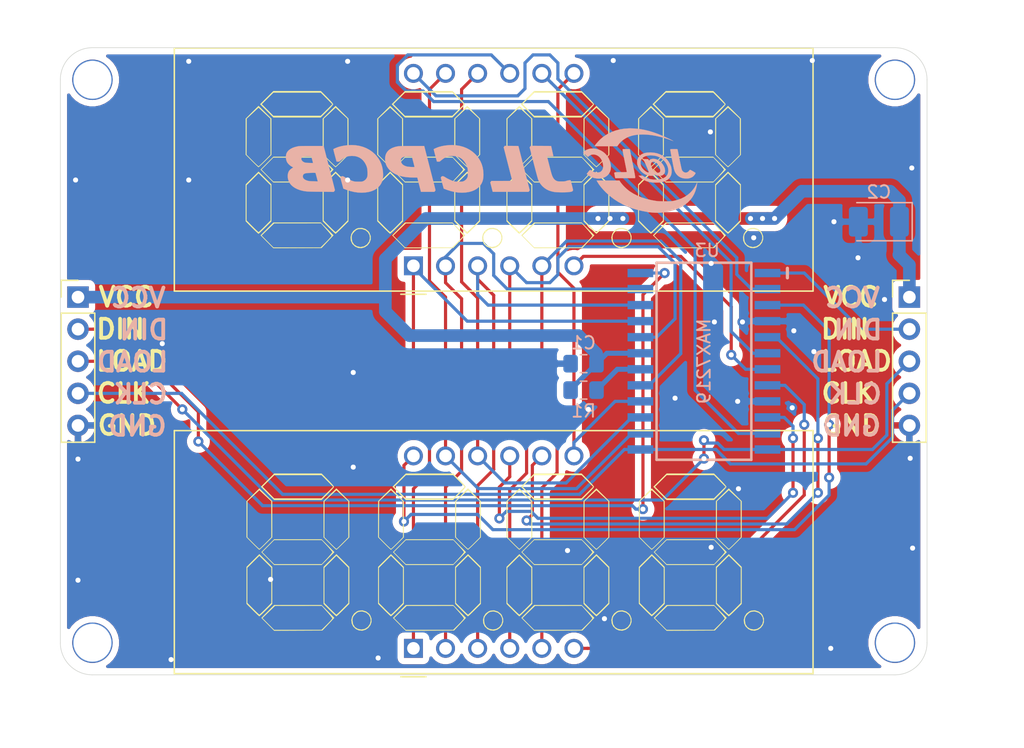
<source format=kicad_pcb>
(kicad_pcb (version 20171130) (host pcbnew 5.1.9-73d0e3b20d~88~ubuntu20.04.1)
  (layers (0 F.Cu signal) (31 B.Cu signal) (34 B.Paste user) (35 F.Paste user) (36 B.SilkS user) (37 F.SilkS user) (38 B.Mask user) (39 F.Mask user) (44 Edge.Cuts user))
  (net 0 "")
  (net 1 GND)
  (net 2 VCC)
  (net 3 /CLK)
  (net 4 /LOAD)
  (net 5 /DIN)
  (net 6 /DOUT)
  (net 7 "Net-(R1-Pad2)")
  (net 8 /D0)
  (net 9 /A)
  (net 10 /F)
  (net 11 /D1)
  (net 12 /D2)
  (net 13 /B)
  (net 14 /D3)
  (net 15 /G)
  (net 16 /C)
  (net 17 /DP)
  (net 18 /D)
  (net 19 /E)
  (net 20 /D4)
  (net 21 /D5)
  (net 22 /D6)
  (net 23 /D7)
  (module Library:jlcpcb (layer B.Cu) (at 110.363 66.8655 180)
    (fp_text reference G*** hide)
    (fp_text value LOGO hide)
  )
  (module Library:7segment (layer F.Cu) (at 126.111 66.6115)
    (fp_text reference G*** hide)
    (fp_text value LOGO hide)
  )
  (module Library:7segment (layer F.Cu) (at 115.697 66.6115)
    (fp_text reference G*** hide)
    (fp_text value LOGO hide)
  )
  (module Library:7segment (layer F.Cu) (at 105.4735 66.6115)
    (fp_text reference G*** hide)
    (fp_text value LOGO hide)
  )
  (module Library:7segment (layer F.Cu) (at 95.0595 66.6115)
    (fp_text reference G*** hide)
    (fp_text value LOGO hide)
  )
  (module Library:7segment (layer F.Cu) (at 95.123 96.901)
    (fp_text reference G*** hide)
    (fp_text value LOGO hide)
  )
  (module Library:7segment (layer F.Cu) (at 126.1745 96.901)
    (fp_text reference G*** hide)
    (fp_text value LOGO hide)
  )
  (module Library:7segment (layer F.Cu) (at 105.537 96.901)
    (fp_text reference G*** hide)
    (fp_text value LOGO hide)
  )
  (module Library:7segment (layer F.Cu) (at 115.697 96.901)
    (fp_text reference G*** hide)
    (fp_text value LOGO hide)
  )
  (module MAX7219:SOIC24 (layer B.Cu) (at 127 82.042 270)
    (fp_text reference U3 (at -8.77767 -0.25442) (layer B.SilkS) (effects (justify mirror)))
    (fp_text value MAX7219 (at 0 0 270) (layer B.SilkS) (effects (justify mirror)))
    (pad 12 smd rect (at 6.985 -5.0292 270) (size 0.6604 2.032) (layers B.Cu B.Paste B.Mask) (net 4 /LOAD))
    (pad 11 smd rect (at 5.715 -5.0292 270) (size 0.6604 2.032) (layers B.Cu B.Paste B.Mask) (net 11 /D1))
    (pad 10 smd rect (at 4.445 -5.0292 270) (size 0.6604 2.032) (layers B.Cu B.Paste B.Mask) (net 21 /D5))
    (pad 9 smd rect (at 3.175 -5.0292 270) (size 0.6604 2.032) (layers B.Cu B.Paste B.Mask) (net 1 GND))
    (pad 13 smd rect (at 6.985 5.0292 270) (size 0.6604 2.032) (layers B.Cu B.Paste B.Mask) (net 3 /CLK))
    (pad 14 smd rect (at 5.715 5.0292 270) (size 0.6604 2.032) (layers B.Cu B.Paste B.Mask) (net 9 /A))
    (pad 15 smd rect (at 4.445 5.0292 270) (size 0.6604 2.032) (layers B.Cu B.Paste B.Mask) (net 10 /F))
    (pad 16 smd rect (at 3.175 5.0292 270) (size 0.6604 2.032) (layers B.Cu B.Paste B.Mask) (net 13 /B))
    (pad 24 smd rect (at -6.985 5.0292 270) (size 0.6604 2.032) (layers B.Cu B.Paste B.Mask) (net 6 /DOUT))
    (pad 23 smd rect (at -5.715 5.0292 270) (size 0.6604 2.032) (layers B.Cu B.Paste B.Mask) (net 18 /D))
    (pad 22 smd rect (at -4.445 5.0292 270) (size 0.6604 2.032) (layers B.Cu B.Paste B.Mask) (net 17 /DP))
    (pad 21 smd rect (at -3.175 5.0292 270) (size 0.6604 2.032) (layers B.Cu B.Paste B.Mask) (net 19 /E))
    (pad 20 smd rect (at -1.905 5.0292 270) (size 0.6604 2.032) (layers B.Cu B.Paste B.Mask) (net 16 /C))
    (pad 19 smd rect (at -0.635 5.0292 270) (size 0.6604 2.032) (layers B.Cu B.Paste B.Mask) (net 2 VCC))
    (pad 18 smd rect (at 0.635 5.0292 270) (size 0.6604 2.032) (layers B.Cu B.Paste B.Mask) (net 7 "Net-(R1-Pad2)"))
    (pad 17 smd rect (at 1.905 5.0292 270) (size 0.6604 2.032) (layers B.Cu B.Paste B.Mask) (net 15 /G))
    (pad 8 smd rect (at 1.905 -5.0292 270) (size 0.6604 2.032) (layers B.Cu B.Paste B.Mask) (net 23 /D7))
    (pad 7 smd rect (at 0.635 -5.0292 270) (size 0.6604 2.032) (layers B.Cu B.Paste B.Mask) (net 14 /D3))
    (pad 6 smd rect (at -0.635 -5.0292 270) (size 0.6604 2.032) (layers B.Cu B.Paste B.Mask) (net 12 /D2))
    (pad 5 smd rect (at -1.905 -5.0292 270) (size 0.6604 2.032) (layers B.Cu B.Paste B.Mask) (net 22 /D6))
    (pad 4 smd rect (at -3.175 -5.0292 270) (size 0.6604 2.032) (layers B.Cu B.Paste B.Mask) (net 1 GND))
    (pad 3 smd rect (at -4.445 -5.0292 270) (size 0.6604 2.032) (layers B.Cu B.Paste B.Mask) (net 20 /D4))
    (pad 2 smd rect (at -5.715 -5.0292 270) (size 0.6604 2.032) (layers B.Cu B.Paste B.Mask) (net 8 /D0))
    (pad 1 smd rect (at -6.985 -5.0292 270) (size 0.6604 2.032) (layers B.Cu B.Paste B.Mask) (net 5 /DIN))
  )
  (module Display_7Segment:CA56-12CGKWA (layer F.Cu) (at 104.013 104.775 90)
    (fp_text reference U2 hide)
    (fp_text value CC56-12CGKWA)
    (pad 12 thru_hole circle (at 15.24 0 90) (size 1.5 1.5) (drill 1) (layers *.Cu *.Mask) (net 20 /D4))
    (pad 11 thru_hole circle (at 15.24 2.54 90) (size 1.5 1.5) (drill 1) (layers *.Cu *.Mask) (net 9 /A))
    (pad 10 thru_hole circle (at 15.24 5.08 90) (size 1.5 1.5) (drill 1) (layers *.Cu *.Mask) (net 10 /F))
    (pad 9 thru_hole circle (at 15.24 7.62 90) (size 1.5 1.5) (drill 1) (layers *.Cu *.Mask) (net 21 /D5))
    (pad 8 thru_hole circle (at 15.24 10.16 90) (size 1.5 1.5) (drill 1) (layers *.Cu *.Mask) (net 22 /D6))
    (pad 7 thru_hole circle (at 15.24 12.7 90) (size 1.5 1.5) (drill 1) (layers *.Cu *.Mask) (net 13 /B))
    (pad 6 thru_hole circle (at 0 12.7 90) (size 1.5 1.5) (drill 1) (layers *.Cu *.Mask) (net 23 /D7))
    (pad 5 thru_hole circle (at 0 10.16 90) (size 1.5 1.5) (drill 1) (layers *.Cu *.Mask) (net 15 /G))
    (pad 4 thru_hole circle (at 0 7.62 90) (size 1.5 1.5) (drill 1) (layers *.Cu *.Mask) (net 16 /C))
    (pad 3 thru_hole circle (at 0 5.08 90) (size 1.5 1.5) (drill 1) (layers *.Cu *.Mask) (net 17 /DP))
    (pad 2 thru_hole circle (at 0 2.54 90) (size 1.5 1.5) (drill 1) (layers *.Cu *.Mask) (net 18 /D))
    (pad 1 thru_hole rect (at 0 0 90) (size 1.5 1.5) (drill 1) (layers *.Cu *.Mask) (net 19 /E))
  )
  (module Display_7Segment:CA56-12CGKWA (layer F.Cu) (at 104.013 74.4855 90)
    (fp_text reference U1 hide)
    (fp_text value CC56-12CGKWA)
    (pad 12 thru_hole circle (at 15.24 0 90) (size 1.5 1.5) (drill 1) (layers *.Cu *.Mask) (net 8 /D0))
    (pad 11 thru_hole circle (at 15.24 2.54 90) (size 1.5 1.5) (drill 1) (layers *.Cu *.Mask) (net 9 /A))
    (pad 10 thru_hole circle (at 15.24 5.08 90) (size 1.5 1.5) (drill 1) (layers *.Cu *.Mask) (net 10 /F))
    (pad 9 thru_hole circle (at 15.24 7.62 90) (size 1.5 1.5) (drill 1) (layers *.Cu *.Mask) (net 11 /D1))
    (pad 8 thru_hole circle (at 15.24 10.16 90) (size 1.5 1.5) (drill 1) (layers *.Cu *.Mask) (net 12 /D2))
    (pad 7 thru_hole circle (at 15.24 12.7 90) (size 1.5 1.5) (drill 1) (layers *.Cu *.Mask) (net 13 /B))
    (pad 6 thru_hole circle (at 0 12.7 90) (size 1.5 1.5) (drill 1) (layers *.Cu *.Mask) (net 14 /D3))
    (pad 5 thru_hole circle (at 0 10.16 90) (size 1.5 1.5) (drill 1) (layers *.Cu *.Mask) (net 15 /G))
    (pad 4 thru_hole circle (at 0 7.62 90) (size 1.5 1.5) (drill 1) (layers *.Cu *.Mask) (net 16 /C))
    (pad 3 thru_hole circle (at 0 5.08 90) (size 1.5 1.5) (drill 1) (layers *.Cu *.Mask) (net 17 /DP))
    (pad 2 thru_hole circle (at 0 2.54 90) (size 1.5 1.5) (drill 1) (layers *.Cu *.Mask) (net 18 /D))
    (pad 1 thru_hole rect (at 0 0 90) (size 1.5 1.5) (drill 1) (layers *.Cu *.Mask) (net 19 /E))
  )
  (module Resistor_SMD:R_0805_2012Metric_Pad1.15x1.40mm_HandSolder (layer B.Cu) (at 117.475 84.328)
    (fp_text reference R1 (at 0 1.65) (layer B.SilkS) (effects (justify mirror)))
    (fp_text value 10K)
    (pad 2 smd roundrect (at 1.025 0) (size 1.15 1.4) (layers B.Cu B.Paste B.Mask) (roundrect_rratio 0.217391) (net 7 "Net-(R1-Pad2)"))
    (pad 1 smd roundrect (at -1.025 0) (size 1.15 1.4) (layers B.Cu B.Paste B.Mask) (roundrect_rratio 0.217391) (net 2 VCC))
  )
  (module Connector_PinHeader_2.54mm:PinHeader_1x05_P2.54mm_Vertical (layer F.Cu) (at 77.47 76.962)
    (fp_text reference J2 hide)
    (fp_text value Conn_01x05)
    (pad 5 thru_hole oval (at 0 10.16) (size 1.7 1.7) (drill 1) (layers *.Cu *.Mask) (net 1 GND))
    (pad 4 thru_hole oval (at 0 7.62) (size 1.7 1.7) (drill 1) (layers *.Cu *.Mask) (net 3 /CLK))
    (pad 3 thru_hole oval (at 0 5.08) (size 1.7 1.7) (drill 1) (layers *.Cu *.Mask) (net 4 /LOAD))
    (pad 2 thru_hole oval (at 0 2.54) (size 1.7 1.7) (drill 1) (layers *.Cu *.Mask) (net 6 /DOUT))
    (pad 1 thru_hole rect (at 0 0) (size 1.7 1.7) (drill 1) (layers *.Cu *.Mask) (net 2 VCC))
  )
  (module Connector_PinHeader_2.54mm:PinHeader_1x05_P2.54mm_Vertical (layer F.Cu) (at 143.256 76.962)
    (fp_text reference J1 hide)
    (fp_text value Conn_01x05)
    (pad 5 thru_hole oval (at 0 10.16) (size 1.7 1.7) (drill 1) (layers *.Cu *.Mask) (net 1 GND))
    (pad 4 thru_hole oval (at 0 7.62) (size 1.7 1.7) (drill 1) (layers *.Cu *.Mask) (net 3 /CLK))
    (pad 3 thru_hole oval (at 0 5.08) (size 1.7 1.7) (drill 1) (layers *.Cu *.Mask) (net 4 /LOAD))
    (pad 2 thru_hole oval (at 0 2.54) (size 1.7 1.7) (drill 1) (layers *.Cu *.Mask) (net 5 /DIN))
    (pad 1 thru_hole rect (at 0 0) (size 1.7 1.7) (drill 1) (layers *.Cu *.Mask) (net 2 VCC))
  )
  (module Capacitor_Tantalum_SMD:CP_EIA-3528-12_Kemet-T_Pad1.50x2.35mm_HandSolder (layer B.Cu) (at 140.843 70.993 180)
    (fp_text reference C2 (at 0 2.35) (layer B.SilkS) (effects (justify mirror)))
    (fp_text value 10uF)
    (pad 2 smd roundrect (at 1.625 0 180) (size 1.5 2.35) (layers B.Cu B.Paste B.Mask) (roundrect_rratio 0.166667) (net 1 GND))
    (pad 1 smd roundrect (at -1.625 0 180) (size 1.5 2.35) (layers B.Cu B.Paste B.Mask) (roundrect_rratio 0.166667) (net 2 VCC))
  )
  (module Capacitor_SMD:C_0805_2012Metric_Pad1.15x1.40mm_HandSolder (layer B.Cu) (at 117.475 82.2325 180)
    (fp_text reference C1 (at 0 1.65) (layer B.SilkS) (effects (justify mirror)))
    (fp_text value 100nF)
    (pad 2 smd roundrect (at 1.025 0 180) (size 1.15 1.4) (layers B.Cu B.Paste B.Mask) (roundrect_rratio 0.217391) (net 1 GND))
    (pad 1 smd roundrect (at -1.025 0 180) (size 1.15 1.4) (layers B.Cu B.Paste B.Mask) (roundrect_rratio 0.217391) (net 2 VCC))
  )
  (gr_text CLK (at 82.423 84.6455) (layer B.SilkS) (effects (font (size 1.5 1.5) (thickness 0.3)) (justify mirror)))
  (gr_text GND (at 82.169 87.1855) (layer B.SilkS) (effects (font (size 1.5 1.5) (thickness 0.3)) (justify mirror)))
  (gr_text DIN (at 82.677 79.5655) (layer B.SilkS) (effects (font (size 1.5 1.5) (thickness 0.3)) (justify mirror)))
  (gr_text LOAD (at 81.788 82.1055) (layer B.SilkS) (effects (font (size 1.5 1.5) (thickness 0.3)) (justify mirror)))
  (gr_text VCC (at 82.2325 77.0255) (layer B.SilkS) (effects (font (size 1.5 1.5) (thickness 0.3)) (justify mirror)))
  (gr_text VCC (at 138.7475 77.0255) (layer B.SilkS) (effects (font (size 1.5 1.5) (thickness 0.3)) (justify mirror)))
  (gr_text DIN (at 139.192 79.5655) (layer B.SilkS) (effects (font (size 1.5 1.5) (thickness 0.3)) (justify mirror)))
  (gr_text LOAD (at 138.303 82.1055) (layer B.SilkS) (effects (font (size 1.5 1.5) (thickness 0.3)) (justify mirror)))
  (gr_text GND (at 138.684 87.1855) (layer B.SilkS) (effects (font (size 1.5 1.5) (thickness 0.3)) (justify mirror)))
  (gr_text CLK (at 138.938 84.6455) (layer B.SilkS) (effects (font (size 1.5 1.5) (thickness 0.3)) (justify mirror)))
  (gr_line (start 78.613 57.2135) (end 142.113 57.2135) (layer Edge.Cuts) (width 0.05))
  (gr_line (start 76.073 104.3305) (end 76.073 59.7535) (layer Edge.Cuts) (width 0.05))
  (gr_line (start 142.113 106.8705) (end 78.613 106.8705) (layer Edge.Cuts) (width 0.05))
  (gr_line (start 144.653 59.7535) (end 144.653 104.3305) (layer Edge.Cuts) (width 0.05))
  (gr_arc (start 78.613 104.3305) (end 76.073 104.3305) (angle -90) (layer Edge.Cuts) (width 0.05))
  (gr_arc (start 142.113 104.3305) (end 142.113 106.8705) (angle -90) (layer Edge.Cuts) (width 0.05))
  (gr_arc (start 142.113 59.7535) (end 144.653 59.7535) (angle -90) (layer Edge.Cuts) (width 0.05))
  (gr_arc (start 78.613 59.7535) (end 78.613 57.2135) (angle -90) (layer Edge.Cuts) (width 0.05))
  (gr_text VCC (at 81.28 76.962) (layer F.SilkS) (effects (font (size 1.5 1.5) (thickness 0.3))))
  (gr_text DIN (at 80.8355 79.502) (layer F.SilkS) (effects (font (size 1.5 1.5) (thickness 0.3))))
  (gr_text LOAD (at 81.7245 82.042) (layer F.SilkS) (effects (font (size 1.5 1.5) (thickness 0.3))))
  (gr_text GND (at 81.3435 87.122) (layer F.SilkS) (effects (font (size 1.5 1.5) (thickness 0.3))))
  (gr_text CLK (at 81.0895 84.582) (layer F.SilkS) (effects (font (size 1.5 1.5) (thickness 0.3))))
  (gr_text GND (at 138.684 87.122) (layer F.SilkS) (effects (font (size 1.5 1.5) (thickness 0.3))))
  (gr_text CLK (at 138.43 84.582) (layer F.SilkS) (effects (font (size 1.5 1.5) (thickness 0.3))))
  (gr_text LOAD (at 139.065 82.042) (layer F.SilkS) (effects (font (size 1.5 1.5) (thickness 0.3))))
  (gr_text DIN (at 138.176 79.502) (layer F.SilkS) (effects (font (size 1.5 1.5) (thickness 0.3))))
  (gr_text VCC (at 138.6205 76.962) (layer F.SilkS) (effects (font (size 1.5 1.5) (thickness 0.3))))
  (via (at 142.113 104.3305) (size 3.2) (drill 3) (layers F.Cu B.Cu) (net 0))
  (via (at 142.113 59.7535) (size 3.2) (drill 3) (layers F.Cu B.Cu) (net 0))
  (via (at 78.613 104.3305) (size 3.2) (drill 3) (layers F.Cu B.Cu) (net 0))
  (via (at 78.613 59.7535) (size 3.2) (drill 3) (layers F.Cu B.Cu) (net 0))
  (via (at 133.985 85.725) (size 0.8) (drill 0.4) (layers F.Cu B.Cu) (net 1))
  (via (at 143.3195 89.7255) (size 0.8) (drill 0.4) (layers F.Cu B.Cu) (net 1))
  (via (at 134.112 79.629) (size 0.8) (drill 0.4) (layers F.Cu B.Cu) (net 1))
  (via (at 129.667 85.217) (size 0.8) (drill 0.4) (layers F.Cu B.Cu) (net 1))
  (via (at 130.048 78.9305) (size 0.8) (drill 0.4) (layers F.Cu B.Cu) (net 1))
  (via (at 124.714 84.963) (size 0.8) (drill 0.4) (layers F.Cu B.Cu) (net 1))
  (via (at 129.7305 92.1385) (size 0.8) (drill 0.4) (layers F.Cu B.Cu) (net 1))
  (via (at 99.2505 82.931) (size 0.8) (drill 0.4) (layers F.Cu B.Cu) (net 1))
  (via (at 77.47 89.789) (size 0.8) (drill 0.4) (layers F.Cu B.Cu) (net 1))
  (via (at 139.192 73.8505) (size 0.8) (drill 0.4) (layers F.Cu B.Cu) (net 1))
  (via (at 141.2875 77.1525) (size 0.8) (drill 0.4) (layers F.Cu B.Cu) (net 1))
  (via (at 130.937 72.263) (size 0.8) (drill 0.4) (layers F.Cu B.Cu) (net 1))
  (via (at 137.287 70.993) (size 0.8) (drill 0.4) (layers F.Cu B.Cu) (net 1))
  (via (at 143.4465 66.7385) (size 0.8) (drill 0.4) (layers F.Cu B.Cu) (net 1))
  (via (at 135.5725 58.2295) (size 0.8) (drill 0.4) (layers F.Cu B.Cu) (net 1))
  (via (at 119.8245 58.2295) (size 0.8) (drill 0.4) (layers F.Cu B.Cu) (net 1))
  (via (at 98.806 58.293) (size 0.8) (drill 0.4) (layers F.Cu B.Cu) (net 1))
  (via (at 86.233 58.293) (size 0.8) (drill 0.4) (layers F.Cu B.Cu) (net 1))
  (via (at 77.2795 67.691) (size 0.8) (drill 0.4) (layers F.Cu B.Cu) (net 1))
  (via (at 86.233 67.691) (size 0.8) (drill 0.4) (layers F.Cu B.Cu) (net 1))
  (via (at 99.2505 90.424) (size 0.8) (drill 0.4) (layers F.Cu B.Cu) (net 1))
  (via (at 84.1375 80.645) (size 0.8) (drill 0.4) (layers F.Cu B.Cu) (net 1))
  (via (at 77.47 99.3775) (size 0.8) (drill 0.4) (layers F.Cu B.Cu) (net 1))
  (via (at 84.836 105.664) (size 0.8) (drill 0.4) (layers F.Cu B.Cu) (net 1))
  (via (at 101.219 105.537) (size 0.8) (drill 0.4) (layers F.Cu B.Cu) (net 1))
  (via (at 92.71 99.314) (size 0.8) (drill 0.4) (layers F.Cu B.Cu) (net 1))
  (via (at 137.033 104.775) (size 0.8) (drill 0.4) (layers F.Cu B.Cu) (net 1))
  (via (at 143.51 96.8375) (size 0.8) (drill 0.4) (layers F.Cu B.Cu) (net 1))
  (via (at 116.205 97.028) (size 0.8) (drill 0.4) (layers F.Cu B.Cu) (net 1))
  (via (at 127.5715 96.774) (size 0.8) (drill 0.4) (layers F.Cu B.Cu) (net 1))
  (via (at 119.126 102.4255) (size 0.8) (drill 0.4) (layers F.Cu B.Cu) (net 1))
  (via (at 98.806 67.691) (size 0.8) (drill 0.4) (layers F.Cu B.Cu) (net 1))
  (via (at 127.508 63.881) (size 0.8) (drill 0.4) (layers F.Cu B.Cu) (net 1))
  (via (at 127.8255 78.9305) (size 0.8) (drill 0.4) (layers F.Cu B.Cu) (net 1))
  (via (at 127.5715 74.295) (size 0.8) (drill 0.4) (layers F.Cu B.Cu) (net 1))
  (via (at 135.6995 81.28) (size 0.8) (drill 0.4) (layers F.Cu B.Cu) (net 1))
  (via (at 117.856 85.852) (size 0.8) (drill 0.4) (layers F.Cu B.Cu) (net 1))
  (segment (start 101.7905 73.947998) (end 104.999498 70.739) (width 1) (layer B.Cu) (net 2))
  (segment (start 104.999498 70.739) (end 120.5865 70.739) (width 1) (layer B.Cu) (net 2))
  (via (at 120.5865 70.739) (size 0.8) (drill 0.4) (layers F.Cu B.Cu) (net 2))
  (segment (start 120.5865 70.739) (end 121.152185 70.739) (width 1) (layer F.Cu) (net 2))
  (via (at 132.588 70.739) (size 0.8) (drill 0.4) (layers F.Cu B.Cu) (net 2))
  (segment (start 121.152185 70.739) (end 132.588 70.739) (width 1) (layer F.Cu) (net 2))
  (segment (start 77.47 76.962) (end 101.7905 76.962) (width 1) (layer B.Cu) (net 2))
  (segment (start 101.7905 78.105) (end 101.7905 76.962) (width 1) (layer B.Cu) (net 2))
  (segment (start 101.7905 76.962) (end 101.7905 73.947998) (width 1) (layer B.Cu) (net 2))
  (segment (start 116.45 84.2825) (end 118.5 82.2325) (width 0.4) (layer B.Cu) (net 2))
  (segment (start 116.45 84.328) (end 116.45 84.2825) (width 0.4) (layer B.Cu) (net 2))
  (segment (start 119.3255 81.407) (end 121.9708 81.407) (width 0.4) (layer B.Cu) (net 2))
  (segment (start 118.5 82.2325) (end 119.3255 81.407) (width 0.4) (layer B.Cu) (net 2))
  (segment (start 118.5 81.4325) (end 117.0775 80.01) (width 1) (layer B.Cu) (net 2))
  (segment (start 118.5 82.2325) (end 118.5 81.4325) (width 1) (layer B.Cu) (net 2))
  (segment (start 103.6955 80.01) (end 103.66375 79.97825) (width 1) (layer B.Cu) (net 2))
  (segment (start 117.0775 80.01) (end 103.6955 80.01) (width 1) (layer B.Cu) (net 2))
  (segment (start 103.66375 79.97825) (end 101.7905 78.105) (width 1) (layer B.Cu) (net 2))
  (segment (start 132.987999 70.339001) (end 132.588 70.739) (width 1) (layer B.Cu) (net 2))
  (segment (start 134.747 68.58) (end 132.987999 70.339001) (width 1) (layer B.Cu) (net 2))
  (segment (start 141.732 68.58) (end 134.747 68.58) (width 1) (layer B.Cu) (net 2))
  (segment (start 142.468 70.993) (end 142.468 69.316) (width 1) (layer B.Cu) (net 2))
  (segment (start 142.468 69.316) (end 141.732 68.58) (width 1) (layer B.Cu) (net 2))
  (segment (start 142.468 73.559) (end 142.468 70.993) (width 1) (layer B.Cu) (net 2))
  (segment (start 142.4305 73.5965) (end 142.468 73.559) (width 1) (layer B.Cu) (net 2))
  (segment (start 143.256 76.962) (end 143.256 74.422) (width 1) (layer B.Cu) (net 2))
  (segment (start 143.256 74.422) (end 142.4305 73.5965) (width 1) (layer B.Cu) (net 2))
  (segment (start 132.588 70.739) (end 132.022315 70.739) (width 1) (layer B.Cu) (net 2))
  (segment (start 132.022315 70.739) (end 130.7465 70.739) (width 1) (layer B.Cu) (net 2))
  (via (at 131.6355 70.739) (size 0.8) (drill 0.4) (layers F.Cu B.Cu) (net 2))
  (via (at 130.683 70.739) (size 0.8) (drill 0.4) (layers F.Cu B.Cu) (net 2))
  (via (at 119.5705 70.739) (size 0.8) (drill 0.4) (layers F.Cu B.Cu) (net 2))
  (via (at 118.618 70.739) (size 0.8) (drill 0.4) (layers F.Cu B.Cu) (net 2))
  (segment (start 120.5865 70.739) (end 118.618 70.739) (width 1) (layer F.Cu) (net 2))
  (segment (start 78.672081 84.582) (end 77.47 84.582) (width 0.25) (layer B.Cu) (net 3))
  (segment (start 120.7048 89.027) (end 117.154845 92.576955) (width 0.25) (layer B.Cu) (net 3))
  (segment (start 93.656455 92.576955) (end 85.6615 84.582) (width 0.25) (layer B.Cu) (net 3))
  (segment (start 117.154845 92.576955) (end 93.656455 92.576955) (width 0.25) (layer B.Cu) (net 3))
  (segment (start 121.9708 89.027) (end 120.7048 89.027) (width 0.25) (layer B.Cu) (net 3))
  (segment (start 85.6615 84.582) (end 78.672081 84.582) (width 0.25) (layer B.Cu) (net 3))
  (segment (start 121.9708 89.027) (end 127.9525 89.027) (width 0.25) (layer B.Cu) (net 3))
  (segment (start 141.922501 85.915499) (end 142.406001 85.431999) (width 0.25) (layer B.Cu) (net 3))
  (segment (start 142.406001 85.431999) (end 143.256 84.582) (width 0.25) (layer B.Cu) (net 3))
  (segment (start 141.922501 88.07591) (end 141.922501 85.915499) (width 0.25) (layer B.Cu) (net 3))
  (segment (start 139.828411 90.17) (end 141.922501 88.07591) (width 0.25) (layer B.Cu) (net 3))
  (segment (start 129.0955 90.17) (end 139.828411 90.17) (width 0.25) (layer B.Cu) (net 3))
  (segment (start 127.9525 89.027) (end 129.0955 90.17) (width 0.25) (layer B.Cu) (net 3))
  (segment (start 128.58891 89.027) (end 128.08091 88.519) (width 0.25) (layer B.Cu) (net 4))
  (segment (start 132.0292 89.027) (end 128.58891 89.027) (width 0.25) (layer B.Cu) (net 4))
  (via (at 127 88.302) (size 0.8) (drill 0.4) (layers F.Cu B.Cu) (net 4))
  (segment (start 128.08091 88.519) (end 127.217 88.519) (width 0.25) (layer B.Cu) (net 4))
  (segment (start 127.217 88.519) (end 127 88.302) (width 0.25) (layer B.Cu) (net 4))
  (segment (start 127 88.302) (end 127 89.662) (width 0.25) (layer F.Cu) (net 4))
  (via (at 127 89.752) (size 0.8) (drill 0.4) (layers F.Cu B.Cu) (net 4))
  (segment (start 127 89.662) (end 127 89.752) (width 0.25) (layer F.Cu) (net 4))
  (segment (start 81.915 82.042) (end 77.47 82.042) (width 0.25) (layer F.Cu) (net 4))
  (via (at 85.725 85.852) (size 0.8) (drill 0.4) (layers F.Cu B.Cu) (net 4))
  (segment (start 85.725 85.852) (end 81.915 82.042) (width 0.25) (layer F.Cu) (net 4))
  (segment (start 92.899966 93.026966) (end 86.124999 86.251999) (width 0.25) (layer B.Cu) (net 4))
  (segment (start 86.124999 86.251999) (end 85.725 85.852) (width 0.25) (layer B.Cu) (net 4))
  (segment (start 123.725034 93.026966) (end 92.899966 93.026966) (width 0.25) (layer B.Cu) (net 4))
  (segment (start 127 89.752) (end 123.725034 93.026966) (width 0.25) (layer B.Cu) (net 4))
  (segment (start 141.47249 83.82551) (end 143.256 82.042) (width 0.25) (layer B.Cu) (net 4))
  (segment (start 141.47249 87.88951) (end 141.47249 83.82551) (width 0.25) (layer B.Cu) (net 4))
  (segment (start 140.335 89.027) (end 141.47249 87.88951) (width 0.25) (layer B.Cu) (net 4))
  (segment (start 132.0292 89.027) (end 140.335 89.027) (width 0.25) (layer B.Cu) (net 4))
  (segment (start 139.3825 79.502) (end 143.256 79.502) (width 0.25) (layer B.Cu) (net 5))
  (segment (start 132.0292 75.057) (end 134.9375 75.057) (width 0.25) (layer B.Cu) (net 5))
  (segment (start 134.9375 75.057) (end 139.3825 79.502) (width 0.25) (layer B.Cu) (net 5))
  (segment (start 121.9708 75.057) (end 123.2368 75.057) (width 0.25) (layer B.Cu) (net 6))
  (via (at 123.8885 75.057) (size 0.8) (drill 0.4) (layers F.Cu B.Cu) (net 6))
  (segment (start 123.2368 75.057) (end 123.8885 75.057) (width 0.25) (layer B.Cu) (net 6))
  (segment (start 78.672081 79.502) (end 77.47 79.502) (width 0.25) (layer F.Cu) (net 6))
  (segment (start 80.448002 79.502) (end 78.672081 79.502) (width 0.25) (layer F.Cu) (net 6))
  (via (at 86.995 88.392) (size 0.8) (drill 0.4) (layers F.Cu B.Cu) (net 6))
  (segment (start 86.995 86.048998) (end 80.448002 79.502) (width 0.25) (layer F.Cu) (net 6))
  (segment (start 86.995 88.392) (end 86.995 86.048998) (width 0.25) (layer F.Cu) (net 6))
  (via (at 122.174 93.751968) (size 0.8) (drill 0.4) (layers F.Cu B.Cu) (net 6))
  (segment (start 122.174 93.186283) (end 122.174 93.751968) (width 0.25) (layer F.Cu) (net 6))
  (segment (start 121.608315 93.751968) (end 122.174 93.751968) (width 0.25) (layer B.Cu) (net 6))
  (segment (start 121.333324 93.476977) (end 121.608315 93.751968) (width 0.25) (layer B.Cu) (net 6))
  (segment (start 92.079977 93.476977) (end 121.333324 93.476977) (width 0.25) (layer B.Cu) (net 6))
  (segment (start 86.995 88.392) (end 92.079977 93.476977) (width 0.25) (layer B.Cu) (net 6))
  (segment (start 122.174 76.7715) (end 122.174 93.186283) (width 0.25) (layer F.Cu) (net 6))
  (segment (start 123.8885 75.057) (end 122.174 76.7715) (width 0.25) (layer F.Cu) (net 6))
  (segment (start 120.151 82.677) (end 121.9708 82.677) (width 0.4) (layer B.Cu) (net 7))
  (segment (start 118.5 84.328) (end 120.151 82.677) (width 0.4) (layer B.Cu) (net 7))
  (segment (start 105.795499 61.027999) (end 104.013 59.2455) (width 0.25) (layer B.Cu) (net 8))
  (segment (start 112.263501 61.027999) (end 105.795499 61.027999) (width 0.25) (layer B.Cu) (net 8))
  (segment (start 112.8395 60.452) (end 112.263501 61.027999) (width 0.25) (layer B.Cu) (net 8))
  (segment (start 113.4745 57.785) (end 112.8395 58.42) (width 0.25) (layer B.Cu) (net 8))
  (segment (start 114.808 57.785) (end 113.4745 57.785) (width 0.25) (layer B.Cu) (net 8))
  (segment (start 130.7632 76.327) (end 129.59799 75.16179) (width 0.25) (layer B.Cu) (net 8))
  (segment (start 132.0292 76.327) (end 130.7632 76.327) (width 0.25) (layer B.Cu) (net 8))
  (segment (start 112.8395 58.42) (end 112.8395 60.452) (width 0.25) (layer B.Cu) (net 8))
  (segment (start 129.59799 75.16179) (end 129.59799 73.84499) (width 0.25) (layer B.Cu) (net 8))
  (segment (start 129.59799 73.84499) (end 115.443 59.69) (width 0.25) (layer B.Cu) (net 8))
  (segment (start 115.443 59.69) (end 115.443 58.42) (width 0.25) (layer B.Cu) (net 8))
  (segment (start 115.443 58.42) (end 114.808 57.785) (width 0.25) (layer B.Cu) (net 8))
  (segment (start 106.553 76.962) (end 106.553 89.535) (width 0.25) (layer F.Cu) (net 9))
  (segment (start 105.283 75.692) (end 106.553 76.962) (width 0.25) (layer F.Cu) (net 9))
  (segment (start 106.553 59.2455) (end 105.283 60.5155) (width 0.25) (layer F.Cu) (net 9))
  (segment (start 105.283 60.5155) (end 105.283 75.692) (width 0.25) (layer F.Cu) (net 9))
  (segment (start 106.553 89.535) (end 109.144944 92.126944) (width 0.25) (layer B.Cu) (net 9))
  (segment (start 109.144944 92.126944) (end 116.915056 92.126944) (width 0.25) (layer B.Cu) (net 9))
  (segment (start 121.285 87.757) (end 121.9708 87.757) (width 0.25) (layer B.Cu) (net 9))
  (segment (start 116.915056 92.126944) (end 121.285 87.757) (width 0.25) (layer B.Cu) (net 9))
  (segment (start 109.093 77.0255) (end 109.093 89.535) (width 0.25) (layer F.Cu) (net 10))
  (segment (start 107.823 75.7555) (end 109.093 77.0255) (width 0.25) (layer F.Cu) (net 10))
  (segment (start 109.093 59.2455) (end 107.823 60.5155) (width 0.25) (layer F.Cu) (net 10))
  (segment (start 107.823 60.5155) (end 107.823 75.7555) (width 0.25) (layer F.Cu) (net 10))
  (segment (start 121.9708 86.487) (end 121.285 86.487) (width 0.25) (layer B.Cu) (net 10))
  (segment (start 121.285 86.487) (end 116.095067 91.676933) (width 0.25) (layer B.Cu) (net 10))
  (segment (start 109.842999 90.284999) (end 109.093 89.535) (width 0.25) (layer B.Cu) (net 10))
  (segment (start 116.095067 91.676933) (end 111.234933 91.676933) (width 0.25) (layer B.Cu) (net 10))
  (segment (start 111.234933 91.676933) (end 109.842999 90.284999) (width 0.25) (layer B.Cu) (net 10))
  (segment (start 129.7305 87.757) (end 132.0292 87.757) (width 0.25) (layer B.Cu) (net 11))
  (segment (start 126.3015 73.0885) (end 126.3015 84.328) (width 0.25) (layer B.Cu) (net 11))
  (segment (start 114.691009 61.478009) (end 126.3015 73.0885) (width 0.25) (layer B.Cu) (net 11))
  (segment (start 105.609099 61.478009) (end 114.691009 61.478009) (width 0.25) (layer B.Cu) (net 11))
  (segment (start 104.77359 60.6425) (end 105.609099 61.478009) (width 0.25) (layer B.Cu) (net 11))
  (segment (start 110.1725 57.785) (end 103.5685 57.785) (width 0.25) (layer B.Cu) (net 11))
  (segment (start 126.3015 84.328) (end 129.7305 87.757) (width 0.25) (layer B.Cu) (net 11))
  (segment (start 103.5685 57.785) (end 102.743 58.6105) (width 0.25) (layer B.Cu) (net 11))
  (segment (start 111.633 59.2455) (end 110.1725 57.785) (width 0.25) (layer B.Cu) (net 11))
  (segment (start 102.743 58.6105) (end 102.743 59.944) (width 0.25) (layer B.Cu) (net 11))
  (segment (start 102.743 59.944) (end 103.4415 60.6425) (width 0.25) (layer B.Cu) (net 11))
  (segment (start 103.4415 60.6425) (end 104.77359 60.6425) (width 0.25) (layer B.Cu) (net 11))
  (segment (start 114.922999 59.995499) (end 114.173 59.2455) (width 0.25) (layer B.Cu) (net 12))
  (segment (start 129.14798 74.22048) (end 114.922999 59.995499) (width 0.25) (layer B.Cu) (net 12))
  (segment (start 129.14798 79.68148) (end 129.14798 74.22048) (width 0.25) (layer B.Cu) (net 12))
  (segment (start 132.0292 81.407) (end 130.8735 81.407) (width 0.25) (layer B.Cu) (net 12))
  (segment (start 130.8735 81.407) (end 129.14798 79.68148) (width 0.25) (layer B.Cu) (net 12))
  (segment (start 120.7048 85.217) (end 121.9708 85.217) (width 0.25) (layer B.Cu) (net 13))
  (segment (start 119.97034 85.217) (end 120.7048 85.217) (width 0.25) (layer B.Cu) (net 13))
  (segment (start 116.713 88.47434) (end 119.97034 85.217) (width 0.25) (layer B.Cu) (net 13))
  (segment (start 116.713 89.535) (end 116.713 88.47434) (width 0.25) (layer B.Cu) (net 13))
  (segment (start 116.713 76.2635) (end 116.713 89.535) (width 0.25) (layer F.Cu) (net 13))
  (segment (start 115.443 74.9935) (end 116.713 76.2635) (width 0.25) (layer F.Cu) (net 13))
  (segment (start 116.713 59.2455) (end 115.443 60.5155) (width 0.25) (layer F.Cu) (net 13))
  (segment (start 115.443 60.5155) (end 115.443 74.9935) (width 0.25) (layer F.Cu) (net 13))
  (segment (start 132.0292 82.677) (end 130.302 82.677) (width 0.25) (layer B.Cu) (net 14))
  (via (at 129.159 81.534) (size 0.8) (drill 0.4) (layers F.Cu B.Cu) (net 14))
  (segment (start 130.302 82.677) (end 129.159 81.534) (width 0.25) (layer B.Cu) (net 14))
  (segment (start 117.462999 73.735501) (end 116.713 74.4855) (width 0.25) (layer F.Cu) (net 14))
  (segment (start 125.170991 73.735501) (end 117.462999 73.735501) (width 0.25) (layer F.Cu) (net 14))
  (segment (start 129.159 77.72351) (end 125.170991 73.735501) (width 0.25) (layer F.Cu) (net 14))
  (segment (start 129.159 81.534) (end 129.159 77.72351) (width 0.25) (layer F.Cu) (net 14))
  (segment (start 114.173 92.075) (end 114.173 104.775) (width 0.25) (layer F.Cu) (net 15))
  (segment (start 115.3795 90.8685) (end 114.173 92.075) (width 0.25) (layer F.Cu) (net 15))
  (segment (start 115.3795 88.2015) (end 115.3795 90.8685) (width 0.25) (layer F.Cu) (net 15))
  (segment (start 114.173 74.4855) (end 114.173 86.995) (width 0.25) (layer F.Cu) (net 15))
  (segment (start 114.173 86.995) (end 115.3795 88.2015) (width 0.25) (layer F.Cu) (net 15))
  (segment (start 123.577922 72.522511) (end 116.135989 72.522511) (width 0.25) (layer B.Cu) (net 15))
  (segment (start 121.9708 83.947) (end 122.6566 83.947) (width 0.25) (layer B.Cu) (net 15))
  (segment (start 125.164011 74.1086) (end 123.577922 72.522511) (width 0.25) (layer B.Cu) (net 15))
  (segment (start 125.164011 81.439589) (end 125.164011 74.1086) (width 0.25) (layer B.Cu) (net 15))
  (segment (start 114.922999 73.735501) (end 114.173 74.4855) (width 0.25) (layer B.Cu) (net 15))
  (segment (start 116.135989 72.522511) (end 114.922999 73.735501) (width 0.25) (layer B.Cu) (net 15))
  (segment (start 122.6566 83.947) (end 125.164011 81.439589) (width 0.25) (layer B.Cu) (net 15))
  (segment (start 112.382999 75.235499) (end 111.633 74.4855) (width 0.25) (layer B.Cu) (net 16))
  (segment (start 112.9665 75.819) (end 112.382999 75.235499) (width 0.25) (layer B.Cu) (net 16))
  (segment (start 123.391522 72.972522) (end 116.322388 72.972522) (width 0.25) (layer B.Cu) (net 16))
  (segment (start 115.443 75.184) (end 114.808 75.819) (width 0.25) (layer B.Cu) (net 16))
  (segment (start 121.9708 80.137) (end 123.2535 80.137) (width 0.25) (layer B.Cu) (net 16))
  (segment (start 123.2535 80.137) (end 124.714 78.6765) (width 0.25) (layer B.Cu) (net 16))
  (segment (start 114.808 75.819) (end 112.9665 75.819) (width 0.25) (layer B.Cu) (net 16))
  (segment (start 124.714 78.6765) (end 124.714 74.295) (width 0.25) (layer B.Cu) (net 16))
  (segment (start 124.714 74.295) (end 123.391522 72.972522) (width 0.25) (layer B.Cu) (net 16))
  (segment (start 116.322388 72.972522) (end 115.443 73.85191) (width 0.25) (layer B.Cu) (net 16))
  (segment (start 115.443 73.85191) (end 115.443 75.184) (width 0.25) (layer B.Cu) (net 16))
  (segment (start 111.633 92.23375) (end 111.633 104.775) (width 0.25) (layer F.Cu) (net 16))
  (segment (start 112.9665 90.90025) (end 111.633 92.23375) (width 0.25) (layer F.Cu) (net 16))
  (segment (start 112.9665 88.519) (end 112.9665 90.90025) (width 0.25) (layer F.Cu) (net 16))
  (segment (start 111.633 74.4855) (end 111.633 87.1855) (width 0.25) (layer F.Cu) (net 16))
  (segment (start 111.633 87.1855) (end 112.9665 88.519) (width 0.25) (layer F.Cu) (net 16))
  (segment (start 109.093 76.7715) (end 109.093 74.4855) (width 0.25) (layer B.Cu) (net 17))
  (segment (start 121.9708 77.597) (end 109.9185 77.597) (width 0.25) (layer B.Cu) (net 17))
  (segment (start 109.9185 77.597) (end 109.093 76.7715) (width 0.25) (layer B.Cu) (net 17))
  (segment (start 109.093 91.8845) (end 109.093 104.775) (width 0.25) (layer F.Cu) (net 17))
  (segment (start 110.363 90.6145) (end 109.093 91.8845) (width 0.25) (layer F.Cu) (net 17))
  (segment (start 110.363 76.81616) (end 110.363 90.6145) (width 0.25) (layer F.Cu) (net 17))
  (segment (start 109.093 74.4855) (end 109.093 75.54616) (width 0.25) (layer F.Cu) (net 17))
  (segment (start 109.093 75.54616) (end 110.363 76.81616) (width 0.25) (layer F.Cu) (net 17))
  (segment (start 106.553 73.787) (end 106.553 74.4855) (width 0.25) (layer B.Cu) (net 18))
  (segment (start 111.4425 76.327) (end 110.363 75.2475) (width 0.25) (layer B.Cu) (net 18))
  (segment (start 121.9708 76.327) (end 111.4425 76.327) (width 0.25) (layer B.Cu) (net 18))
  (segment (start 110.363 75.2475) (end 110.363 73.533) (width 0.25) (layer B.Cu) (net 18))
  (segment (start 110.363 73.533) (end 109.5375 72.7075) (width 0.25) (layer B.Cu) (net 18))
  (segment (start 109.5375 72.7075) (end 107.6325 72.7075) (width 0.25) (layer B.Cu) (net 18))
  (segment (start 107.6325 72.7075) (end 106.553 73.787) (width 0.25) (layer B.Cu) (net 18))
  (segment (start 106.553 92.0115) (end 106.553 104.775) (width 0.25) (layer F.Cu) (net 18))
  (segment (start 107.823 90.7415) (end 106.553 92.0115) (width 0.25) (layer F.Cu) (net 18))
  (segment (start 107.823 77.089) (end 107.823 90.7415) (width 0.25) (layer F.Cu) (net 18))
  (segment (start 106.553 74.4855) (end 106.553 75.819) (width 0.25) (layer F.Cu) (net 18))
  (segment (start 106.553 75.819) (end 107.823 77.089) (width 0.25) (layer F.Cu) (net 18))
  (segment (start 104.013 92.1385) (end 104.013 104.775) (width 0.25) (layer F.Cu) (net 19))
  (segment (start 104.013 74.4855) (end 104.013 86.9315) (width 0.25) (layer F.Cu) (net 19))
  (segment (start 104.013 86.9315) (end 105.283 88.2015) (width 0.25) (layer F.Cu) (net 19))
  (segment (start 105.283 88.2015) (end 105.283 90.8685) (width 0.25) (layer F.Cu) (net 19))
  (segment (start 105.283 90.8685) (end 104.013 92.1385) (width 0.25) (layer F.Cu) (net 19))
  (segment (start 104.013 74.6125) (end 104.013 74.4855) (width 0.25) (layer B.Cu) (net 19))
  (segment (start 121.9708 78.867) (end 108.2675 78.867) (width 0.25) (layer B.Cu) (net 19))
  (segment (start 108.2675 78.867) (end 104.013 74.6125) (width 0.25) (layer B.Cu) (net 19))
  (via (at 103.263001 94.729999) (size 0.8) (drill 0.4) (layers F.Cu B.Cu) (net 20))
  (segment (start 104.013 89.535) (end 103.263001 90.284999) (width 0.25) (layer F.Cu) (net 20))
  (segment (start 103.263001 90.284999) (end 103.263001 94.729999) (width 0.25) (layer F.Cu) (net 20))
  (via (at 136.906 87.0585) (size 0.8) (drill 0.4) (layers F.Cu B.Cu) (net 20))
  (segment (start 136.906 87.0585) (end 136.906 91.1225) (width 0.25) (layer F.Cu) (net 20))
  (via (at 136.906 91.2495) (size 0.8) (drill 0.4) (layers F.Cu B.Cu) (net 20))
  (segment (start 136.906 91.1225) (end 136.906 91.2495) (width 0.25) (layer F.Cu) (net 20))
  (segment (start 103.8225 94.1705) (end 103.263001 94.729999) (width 0.25) (layer B.Cu) (net 20))
  (segment (start 109.093 94.1705) (end 103.8225 94.1705) (width 0.25) (layer B.Cu) (net 20))
  (segment (start 110.2995 95.377) (end 109.093 94.1705) (width 0.25) (layer B.Cu) (net 20))
  (segment (start 134.169002 95.377) (end 110.2995 95.377) (width 0.25) (layer B.Cu) (net 20))
  (segment (start 136.906 92.640002) (end 134.169002 95.377) (width 0.25) (layer B.Cu) (net 20))
  (segment (start 136.906 91.2495) (end 136.906 92.640002) (width 0.25) (layer B.Cu) (net 20))
  (segment (start 136.906 83.69159) (end 136.906 87.0585) (width 0.25) (layer B.Cu) (net 20))
  (segment (start 136.906 79.629) (end 136.906 83.69159) (width 0.25) (layer B.Cu) (net 20))
  (segment (start 132.0292 77.597) (end 134.874 77.597) (width 0.25) (layer B.Cu) (net 20))
  (segment (start 134.874 77.597) (end 136.906 79.629) (width 0.25) (layer B.Cu) (net 20))
  (via (at 110.813011 94.482489) (size 0.8) (drill 0.4) (layers F.Cu B.Cu) (net 21))
  (segment (start 110.813011 92.005989) (end 110.813011 94.482489) (width 0.25) (layer F.Cu) (net 21))
  (segment (start 111.633 89.535) (end 111.633 91.186) (width 0.25) (layer F.Cu) (net 21))
  (segment (start 111.633 91.186) (end 110.813011 92.005989) (width 0.25) (layer F.Cu) (net 21))
  (via (at 134.0485 88.138) (size 0.8) (drill 0.4) (layers F.Cu B.Cu) (net 21))
  (via (at 134.0485 92.456) (size 0.8) (drill 0.4) (layers F.Cu B.Cu) (net 21))
  (segment (start 134.0485 88.138) (end 134.0485 91.567) (width 0.25) (layer F.Cu) (net 21))
  (segment (start 134.0485 91.567) (end 134.0485 92.456) (width 0.25) (layer F.Cu) (net 21))
  (segment (start 132.027522 94.476978) (end 134.0485 92.456) (width 0.25) (layer B.Cu) (net 21))
  (segment (start 113.864492 94.476978) (end 132.027522 94.476978) (width 0.25) (layer B.Cu) (net 21))
  (segment (start 113.314502 93.926988) (end 113.864492 94.476978) (width 0.25) (layer B.Cu) (net 21))
  (segment (start 110.813011 94.482489) (end 111.368512 93.926988) (width 0.25) (layer B.Cu) (net 21))
  (segment (start 111.368512 93.926988) (end 113.314502 93.926988) (width 0.25) (layer B.Cu) (net 21))
  (segment (start 134.0485 87.1855) (end 134.0485 88.138) (width 0.25) (layer B.Cu) (net 21))
  (segment (start 132.0292 86.487) (end 133.35 86.487) (width 0.25) (layer B.Cu) (net 21))
  (segment (start 133.35 86.487) (end 134.0485 87.1855) (width 0.25) (layer B.Cu) (net 21))
  (segment (start 132.715 80.137) (end 135.128 82.55) (width 0.25) (layer B.Cu) (net 22))
  (segment (start 132.0292 80.137) (end 132.715 80.137) (width 0.25) (layer B.Cu) (net 22))
  (via (at 112.9665 94.65199) (size 0.8) (drill 0.4) (layers F.Cu B.Cu) (net 22))
  (segment (start 113.366499 94.251991) (end 112.9665 94.65199) (width 0.25) (layer F.Cu) (net 22))
  (segment (start 113.423001 94.195489) (end 113.366499 94.251991) (width 0.25) (layer F.Cu) (net 22))
  (segment (start 113.423001 90.284999) (end 113.423001 94.195489) (width 0.25) (layer F.Cu) (net 22))
  (segment (start 114.173 89.535) (end 113.423001 90.284999) (width 0.25) (layer F.Cu) (net 22))
  (segment (start 135.128 82.55) (end 136.017 83.439) (width 0.25) (layer B.Cu) (net 22))
  (via (at 136.017 88.138) (size 0.8) (drill 0.4) (layers F.Cu B.Cu) (net 22))
  (segment (start 136.017 83.439) (end 136.017 88.138) (width 0.25) (layer B.Cu) (net 22))
  (segment (start 136.017 88.138) (end 136.017 92.456) (width 0.25) (layer F.Cu) (net 22))
  (via (at 136.017 92.456) (size 0.8) (drill 0.4) (layers F.Cu B.Cu) (net 22))
  (segment (start 133.546011 94.926989) (end 136.017 92.456) (width 0.25) (layer B.Cu) (net 22))
  (segment (start 112.9665 94.65199) (end 113.241499 94.926989) (width 0.25) (layer B.Cu) (net 22))
  (segment (start 113.241499 94.926989) (end 133.546011 94.926989) (width 0.25) (layer B.Cu) (net 22))
  (via (at 134.9375 87.0585) (size 0.8) (drill 0.4) (layers F.Cu B.Cu) (net 23))
  (segment (start 117.77366 104.775) (end 116.713 104.775) (width 0.25) (layer F.Cu) (net 23))
  (segment (start 122.802502 104.775) (end 117.77366 104.775) (width 0.25) (layer F.Cu) (net 23))
  (segment (start 134.9375 92.640002) (end 122.802502 104.775) (width 0.25) (layer F.Cu) (net 23))
  (segment (start 134.9375 87.0585) (end 134.9375 92.640002) (width 0.25) (layer F.Cu) (net 23))
  (segment (start 134.9375 85.471) (end 134.9375 87.0585) (width 0.25) (layer B.Cu) (net 23))
  (segment (start 132.0292 83.947) (end 133.4135 83.947) (width 0.25) (layer B.Cu) (net 23))
  (segment (start 133.4135 83.947) (end 134.9375 85.471) (width 0.25) (layer B.Cu) (net 23))
  (zone (net 1) (net_name GND) (layer F.Cu) (connect_pads (clearance 0.508)) (min_thickness 0.254) (fill yes (arc_segments 32) (thermal_gap 0.508) (thermal_bridge_width 0.508))
    (polygon (pts (xy 76.073 57.2135) (xy 144.653 57.2135) (xy 144.653 106.8705) (xy 76.073 106.8705)))
  )
  (zone (net 1) (net_name GND) (layer B.Cu) (connect_pads (clearance 0.508)) (min_thickness 0.254) (fill yes (arc_segments 32) (thermal_gap 0.508) (thermal_bridge_width 0.508))
    (polygon (pts (xy 75.991421 57.2135) (xy 144.571421 57.2135) (xy 144.571421 106.8705) (xy 75.991421 106.8705)))
  )
)
</source>
